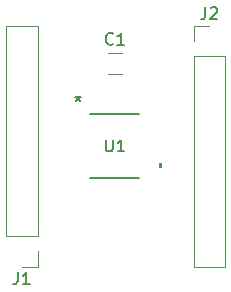
<source format=gto>
G04 #@! TF.GenerationSoftware,KiCad,Pcbnew,9.0.0*
G04 #@! TF.CreationDate,2025-02-20T19:15:02-05:00*
G04 #@! TF.ProjectId,surfboard,73757266-626f-4617-9264-2e6b69636164,rev?*
G04 #@! TF.SameCoordinates,Original*
G04 #@! TF.FileFunction,Legend,Top*
G04 #@! TF.FilePolarity,Positive*
%FSLAX46Y46*%
G04 Gerber Fmt 4.6, Leading zero omitted, Abs format (unit mm)*
G04 Created by KiCad (PCBNEW 9.0.0) date 2025-02-20 19:15:02*
%MOMM*%
%LPD*%
G01*
G04 APERTURE LIST*
%ADD10C,0.150000*%
%ADD11C,0.152400*%
%ADD12C,0.000000*%
%ADD13C,0.120000*%
G04 APERTURE END LIST*
D10*
X142113095Y-101674819D02*
X142113095Y-102484342D01*
X142113095Y-102484342D02*
X142160714Y-102579580D01*
X142160714Y-102579580D02*
X142208333Y-102627200D01*
X142208333Y-102627200D02*
X142303571Y-102674819D01*
X142303571Y-102674819D02*
X142494047Y-102674819D01*
X142494047Y-102674819D02*
X142589285Y-102627200D01*
X142589285Y-102627200D02*
X142636904Y-102579580D01*
X142636904Y-102579580D02*
X142684523Y-102484342D01*
X142684523Y-102484342D02*
X142684523Y-101674819D01*
X143684523Y-102674819D02*
X143113095Y-102674819D01*
X143398809Y-102674819D02*
X143398809Y-101674819D01*
X143398809Y-101674819D02*
X143303571Y-101817676D01*
X143303571Y-101817676D02*
X143208333Y-101912914D01*
X143208333Y-101912914D02*
X143113095Y-101960533D01*
X139750800Y-97952068D02*
X139750800Y-98190163D01*
X139512705Y-98094925D02*
X139750800Y-98190163D01*
X139750800Y-98190163D02*
X139988895Y-98094925D01*
X139607943Y-98380639D02*
X139750800Y-98190163D01*
X139750800Y-98190163D02*
X139893657Y-98380639D01*
X142708333Y-93544580D02*
X142660714Y-93592200D01*
X142660714Y-93592200D02*
X142517857Y-93639819D01*
X142517857Y-93639819D02*
X142422619Y-93639819D01*
X142422619Y-93639819D02*
X142279762Y-93592200D01*
X142279762Y-93592200D02*
X142184524Y-93496961D01*
X142184524Y-93496961D02*
X142136905Y-93401723D01*
X142136905Y-93401723D02*
X142089286Y-93211247D01*
X142089286Y-93211247D02*
X142089286Y-93068390D01*
X142089286Y-93068390D02*
X142136905Y-92877914D01*
X142136905Y-92877914D02*
X142184524Y-92782676D01*
X142184524Y-92782676D02*
X142279762Y-92687438D01*
X142279762Y-92687438D02*
X142422619Y-92639819D01*
X142422619Y-92639819D02*
X142517857Y-92639819D01*
X142517857Y-92639819D02*
X142660714Y-92687438D01*
X142660714Y-92687438D02*
X142708333Y-92735057D01*
X143660714Y-93639819D02*
X143089286Y-93639819D01*
X143375000Y-93639819D02*
X143375000Y-92639819D01*
X143375000Y-92639819D02*
X143279762Y-92782676D01*
X143279762Y-92782676D02*
X143184524Y-92877914D01*
X143184524Y-92877914D02*
X143089286Y-92925533D01*
X134667666Y-112909819D02*
X134667666Y-113624104D01*
X134667666Y-113624104D02*
X134620047Y-113766961D01*
X134620047Y-113766961D02*
X134524809Y-113862200D01*
X134524809Y-113862200D02*
X134381952Y-113909819D01*
X134381952Y-113909819D02*
X134286714Y-113909819D01*
X135667666Y-113909819D02*
X135096238Y-113909819D01*
X135381952Y-113909819D02*
X135381952Y-112909819D01*
X135381952Y-112909819D02*
X135286714Y-113052676D01*
X135286714Y-113052676D02*
X135191476Y-113147914D01*
X135191476Y-113147914D02*
X135096238Y-113195533D01*
X150542666Y-90469819D02*
X150542666Y-91184104D01*
X150542666Y-91184104D02*
X150495047Y-91326961D01*
X150495047Y-91326961D02*
X150399809Y-91422200D01*
X150399809Y-91422200D02*
X150256952Y-91469819D01*
X150256952Y-91469819D02*
X150161714Y-91469819D01*
X150971238Y-90565057D02*
X151018857Y-90517438D01*
X151018857Y-90517438D02*
X151114095Y-90469819D01*
X151114095Y-90469819D02*
X151352190Y-90469819D01*
X151352190Y-90469819D02*
X151447428Y-90517438D01*
X151447428Y-90517438D02*
X151495047Y-90565057D01*
X151495047Y-90565057D02*
X151542666Y-90660295D01*
X151542666Y-90660295D02*
X151542666Y-90755533D01*
X151542666Y-90755533D02*
X151495047Y-90898390D01*
X151495047Y-90898390D02*
X150923619Y-91469819D01*
X150923619Y-91469819D02*
X151542666Y-91469819D01*
D11*
X140805878Y-104899700D02*
X144944122Y-104899700D01*
X144944122Y-99540300D02*
X140805878Y-99540300D01*
D12*
G36*
X146837400Y-104035465D02*
G01*
X146583400Y-104035465D01*
X146583400Y-103654465D01*
X146837400Y-103654465D01*
X146837400Y-104035465D01*
G37*
D13*
X142246000Y-94315000D02*
X143504000Y-94315000D01*
X142246000Y-96155000D02*
X143504000Y-96155000D01*
X133671000Y-109855000D02*
X133671000Y-92015000D01*
X136331000Y-92015000D02*
X133671000Y-92015000D01*
X136331000Y-109855000D02*
X133671000Y-109855000D01*
X136331000Y-109855000D02*
X136331000Y-92015000D01*
X136331000Y-111125000D02*
X136331000Y-112455000D01*
X136331000Y-112455000D02*
X135001000Y-112455000D01*
X149546000Y-92015000D02*
X150876000Y-92015000D01*
X149546000Y-93345000D02*
X149546000Y-92015000D01*
X149546000Y-94615000D02*
X149546000Y-112455000D01*
X149546000Y-94615000D02*
X152206000Y-94615000D01*
X149546000Y-112455000D02*
X152206000Y-112455000D01*
X152206000Y-94615000D02*
X152206000Y-112455000D01*
M02*

</source>
